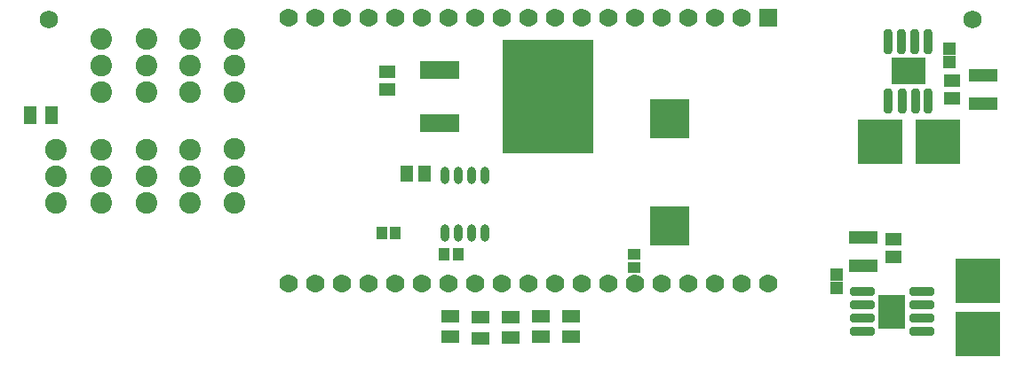
<source format=gbs>
G04*
G04 #@! TF.GenerationSoftware,Altium Limited,Altium Designer,22.5.1 (42)*
G04*
G04 Layer_Color=16711935*
%FSLAX44Y44*%
%MOMM*%
G71*
G04*
G04 #@! TF.SameCoordinates,6AFA5DE7-E917-4A20-8E33-DC7232792B34*
G04*
G04*
G04 #@! TF.FilePolarity,Negative*
G04*
G01*
G75*
%ADD21R,1.1032X1.2032*%
%ADD22R,1.2032X1.6032*%
%ADD23C,2.0632*%
%ADD24C,1.7272*%
%ADD25R,1.7632X1.7632*%
%ADD26C,1.7632*%
%ADD48R,3.3032X2.6032*%
G04:AMPARAMS|DCode=49|XSize=2.3532mm|YSize=0.8032mm|CornerRadius=0.2516mm|HoleSize=0mm|Usage=FLASHONLY|Rotation=270.000|XOffset=0mm|YOffset=0mm|HoleType=Round|Shape=RoundedRectangle|*
%AMROUNDEDRECTD49*
21,1,2.3532,0.3000,0,0,270.0*
21,1,1.8500,0.8032,0,0,270.0*
1,1,0.5032,-0.1500,-0.9250*
1,1,0.5032,-0.1500,0.9250*
1,1,0.5032,0.1500,0.9250*
1,1,0.5032,0.1500,-0.9250*
%
%ADD49ROUNDEDRECTD49*%
%ADD50R,4.2032X4.2032*%
%ADD51R,1.6032X1.2032*%
%ADD52R,2.8032X1.3032*%
%ADD53R,8.7032X10.8532*%
%ADD54R,3.7032X1.6532*%
%ADD55R,1.2032X1.3032*%
%ADD56R,1.1532X1.6532*%
%ADD57O,0.8032X1.6532*%
%ADD58R,1.6532X1.1532*%
%ADD59R,1.2032X1.1032*%
%ADD60R,3.7032X3.7032*%
G04:AMPARAMS|DCode=61|XSize=2.3532mm|YSize=0.8032mm|CornerRadius=0.2516mm|HoleSize=0mm|Usage=FLASHONLY|Rotation=0.000|XOffset=0mm|YOffset=0mm|HoleType=Round|Shape=RoundedRectangle|*
%AMROUNDEDRECTD61*
21,1,2.3532,0.3000,0,0,0.0*
21,1,1.8500,0.8032,0,0,0.0*
1,1,0.5032,0.9250,-0.1500*
1,1,0.5032,-0.9250,-0.1500*
1,1,0.5032,-0.9250,0.1500*
1,1,0.5032,0.9250,0.1500*
%
%ADD61ROUNDEDRECTD61*%
%ADD62R,2.6032X3.3032*%
D21*
X830430Y693420D02*
D03*
X843430D02*
D03*
X902970Y673100D02*
D03*
X889970D02*
D03*
D22*
X853830Y750650D02*
D03*
X870830D02*
D03*
D23*
X605790Y773510D02*
D03*
Y747860D02*
D03*
Y722210D02*
D03*
X562610Y773510D02*
D03*
Y747860D02*
D03*
Y722210D02*
D03*
X689610Y722630D02*
D03*
Y748280D02*
D03*
Y773930D02*
D03*
Y879340D02*
D03*
Y853690D02*
D03*
Y828040D02*
D03*
X647700Y879340D02*
D03*
Y853690D02*
D03*
Y828040D02*
D03*
X605790Y879340D02*
D03*
Y853690D02*
D03*
Y828040D02*
D03*
X562610Y879340D02*
D03*
Y853690D02*
D03*
Y828040D02*
D03*
X647700Y722210D02*
D03*
Y747860D02*
D03*
Y773510D02*
D03*
X519430Y722380D02*
D03*
Y748030D02*
D03*
Y773680D02*
D03*
D24*
X1393190Y897890D02*
D03*
X513080D02*
D03*
D25*
X1198880Y899160D02*
D03*
D26*
X1173480D02*
D03*
X741680D02*
D03*
X1148080D02*
D03*
X1122680D02*
D03*
X1097280D02*
D03*
X1071880D02*
D03*
X1046480D02*
D03*
X1021080D02*
D03*
X995680D02*
D03*
X970280D02*
D03*
X944880D02*
D03*
X919480D02*
D03*
X894080D02*
D03*
X868680D02*
D03*
X843280D02*
D03*
X817880D02*
D03*
X792480D02*
D03*
X767080D02*
D03*
X1198880Y645160D02*
D03*
X1173480D02*
D03*
X1148080D02*
D03*
X1122680D02*
D03*
X1097280D02*
D03*
X1071880D02*
D03*
X1046480D02*
D03*
X1021080D02*
D03*
X995680D02*
D03*
X970280D02*
D03*
X944880D02*
D03*
X919480D02*
D03*
X894080D02*
D03*
X868680D02*
D03*
X843280D02*
D03*
X817880D02*
D03*
X792480D02*
D03*
X767080D02*
D03*
X741680D02*
D03*
D48*
X1332757Y848360D02*
D03*
D49*
X1351607Y820110D02*
D03*
X1339007D02*
D03*
X1326257D02*
D03*
X1313507D02*
D03*
X1326207Y876610D02*
D03*
X1313507D02*
D03*
X1338907D02*
D03*
X1351607D02*
D03*
D50*
X1398270Y596900D02*
D03*
X1360170Y781050D02*
D03*
X1305560D02*
D03*
X1398270Y647700D02*
D03*
D51*
X1374220Y822168D02*
D03*
Y839167D02*
D03*
X835580Y830970D02*
D03*
Y847970D02*
D03*
X1318180Y670950D02*
D03*
Y687950D02*
D03*
D52*
X1403350Y844550D02*
D03*
Y817550D02*
D03*
X1289050Y662140D02*
D03*
Y689140D02*
D03*
D53*
X988960Y824230D02*
D03*
D54*
X885960Y849630D02*
D03*
Y798830D02*
D03*
D55*
X1371600Y869950D02*
D03*
Y856950D02*
D03*
X1263650Y641050D02*
D03*
Y654050D02*
D03*
D56*
X515460Y806450D02*
D03*
X495460D02*
D03*
D57*
X928370Y694110D02*
D03*
X902970D02*
D03*
X890270D02*
D03*
X928370Y748610D02*
D03*
X915670D02*
D03*
X902970D02*
D03*
X890270D02*
D03*
X915670Y694110D02*
D03*
D58*
X1010920Y614520D02*
D03*
Y594520D02*
D03*
X981710Y614520D02*
D03*
Y594520D02*
D03*
X953616Y613404D02*
D03*
Y593404D02*
D03*
X924560Y613250D02*
D03*
Y593250D02*
D03*
X895350Y614520D02*
D03*
Y594520D02*
D03*
D59*
X1070610Y673400D02*
D03*
Y660400D02*
D03*
D60*
X1104900Y700169D02*
D03*
Y802640D02*
D03*
D61*
X1288430Y637490D02*
D03*
Y624790D02*
D03*
Y599390D02*
D03*
Y612090D02*
D03*
X1344930Y599390D02*
D03*
Y612140D02*
D03*
Y624890D02*
D03*
Y637490D02*
D03*
D62*
X1316680Y618640D02*
D03*
M02*

</source>
